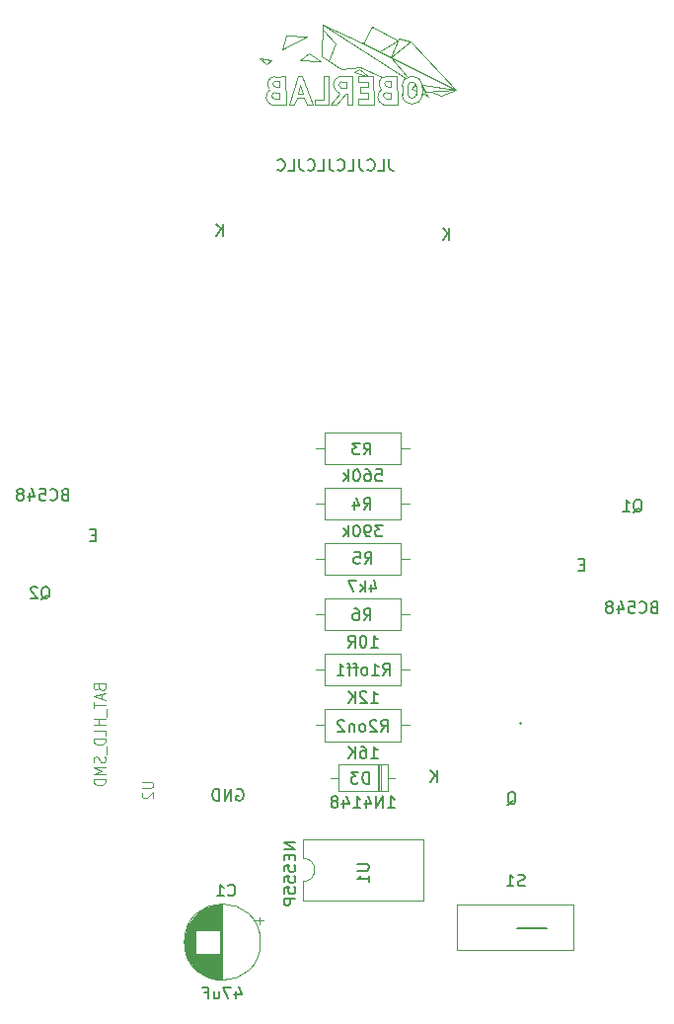
<source format=gbr>
%TF.GenerationSoftware,KiCad,Pcbnew,8.0.1*%
%TF.CreationDate,2024-04-02T10:26:23+02:00*%
%TF.ProjectId,Monster,4d6f6e73-7465-4722-9e6b-696361645f70,rev?*%
%TF.SameCoordinates,Original*%
%TF.FileFunction,Legend,Bot*%
%TF.FilePolarity,Positive*%
%FSLAX46Y46*%
G04 Gerber Fmt 4.6, Leading zero omitted, Abs format (unit mm)*
G04 Created by KiCad (PCBNEW 8.0.1) date 2024-04-02 10:26:23*
%MOMM*%
%LPD*%
G01*
G04 APERTURE LIST*
%ADD10C,0.150000*%
%ADD11C,0.050000*%
%ADD12C,0.120000*%
%ADD13C,0.010000*%
G04 APERTURE END LIST*
D10*
X76962000Y-105918000D02*
X79502000Y-105918000D01*
X66017506Y-40009819D02*
X66017506Y-40724104D01*
X66017506Y-40724104D02*
X66065125Y-40866961D01*
X66065125Y-40866961D02*
X66160363Y-40962200D01*
X66160363Y-40962200D02*
X66303220Y-41009819D01*
X66303220Y-41009819D02*
X66398458Y-41009819D01*
X65065125Y-41009819D02*
X65541315Y-41009819D01*
X65541315Y-41009819D02*
X65541315Y-40009819D01*
X64160363Y-40914580D02*
X64207982Y-40962200D01*
X64207982Y-40962200D02*
X64350839Y-41009819D01*
X64350839Y-41009819D02*
X64446077Y-41009819D01*
X64446077Y-41009819D02*
X64588934Y-40962200D01*
X64588934Y-40962200D02*
X64684172Y-40866961D01*
X64684172Y-40866961D02*
X64731791Y-40771723D01*
X64731791Y-40771723D02*
X64779410Y-40581247D01*
X64779410Y-40581247D02*
X64779410Y-40438390D01*
X64779410Y-40438390D02*
X64731791Y-40247914D01*
X64731791Y-40247914D02*
X64684172Y-40152676D01*
X64684172Y-40152676D02*
X64588934Y-40057438D01*
X64588934Y-40057438D02*
X64446077Y-40009819D01*
X64446077Y-40009819D02*
X64350839Y-40009819D01*
X64350839Y-40009819D02*
X64207982Y-40057438D01*
X64207982Y-40057438D02*
X64160363Y-40105057D01*
X63446077Y-40009819D02*
X63446077Y-40724104D01*
X63446077Y-40724104D02*
X63493696Y-40866961D01*
X63493696Y-40866961D02*
X63588934Y-40962200D01*
X63588934Y-40962200D02*
X63731791Y-41009819D01*
X63731791Y-41009819D02*
X63827029Y-41009819D01*
X62493696Y-41009819D02*
X62969886Y-41009819D01*
X62969886Y-41009819D02*
X62969886Y-40009819D01*
X61588934Y-40914580D02*
X61636553Y-40962200D01*
X61636553Y-40962200D02*
X61779410Y-41009819D01*
X61779410Y-41009819D02*
X61874648Y-41009819D01*
X61874648Y-41009819D02*
X62017505Y-40962200D01*
X62017505Y-40962200D02*
X62112743Y-40866961D01*
X62112743Y-40866961D02*
X62160362Y-40771723D01*
X62160362Y-40771723D02*
X62207981Y-40581247D01*
X62207981Y-40581247D02*
X62207981Y-40438390D01*
X62207981Y-40438390D02*
X62160362Y-40247914D01*
X62160362Y-40247914D02*
X62112743Y-40152676D01*
X62112743Y-40152676D02*
X62017505Y-40057438D01*
X62017505Y-40057438D02*
X61874648Y-40009819D01*
X61874648Y-40009819D02*
X61779410Y-40009819D01*
X61779410Y-40009819D02*
X61636553Y-40057438D01*
X61636553Y-40057438D02*
X61588934Y-40105057D01*
X60874648Y-40009819D02*
X60874648Y-40724104D01*
X60874648Y-40724104D02*
X60922267Y-40866961D01*
X60922267Y-40866961D02*
X61017505Y-40962200D01*
X61017505Y-40962200D02*
X61160362Y-41009819D01*
X61160362Y-41009819D02*
X61255600Y-41009819D01*
X59922267Y-41009819D02*
X60398457Y-41009819D01*
X60398457Y-41009819D02*
X60398457Y-40009819D01*
X59017505Y-40914580D02*
X59065124Y-40962200D01*
X59065124Y-40962200D02*
X59207981Y-41009819D01*
X59207981Y-41009819D02*
X59303219Y-41009819D01*
X59303219Y-41009819D02*
X59446076Y-40962200D01*
X59446076Y-40962200D02*
X59541314Y-40866961D01*
X59541314Y-40866961D02*
X59588933Y-40771723D01*
X59588933Y-40771723D02*
X59636552Y-40581247D01*
X59636552Y-40581247D02*
X59636552Y-40438390D01*
X59636552Y-40438390D02*
X59588933Y-40247914D01*
X59588933Y-40247914D02*
X59541314Y-40152676D01*
X59541314Y-40152676D02*
X59446076Y-40057438D01*
X59446076Y-40057438D02*
X59303219Y-40009819D01*
X59303219Y-40009819D02*
X59207981Y-40009819D01*
X59207981Y-40009819D02*
X59065124Y-40057438D01*
X59065124Y-40057438D02*
X59017505Y-40105057D01*
X58303219Y-40009819D02*
X58303219Y-40724104D01*
X58303219Y-40724104D02*
X58350838Y-40866961D01*
X58350838Y-40866961D02*
X58446076Y-40962200D01*
X58446076Y-40962200D02*
X58588933Y-41009819D01*
X58588933Y-41009819D02*
X58684171Y-41009819D01*
X57350838Y-41009819D02*
X57827028Y-41009819D01*
X57827028Y-41009819D02*
X57827028Y-40009819D01*
X56446076Y-40914580D02*
X56493695Y-40962200D01*
X56493695Y-40962200D02*
X56636552Y-41009819D01*
X56636552Y-41009819D02*
X56731790Y-41009819D01*
X56731790Y-41009819D02*
X56874647Y-40962200D01*
X56874647Y-40962200D02*
X56969885Y-40866961D01*
X56969885Y-40866961D02*
X57017504Y-40771723D01*
X57017504Y-40771723D02*
X57065123Y-40581247D01*
X57065123Y-40581247D02*
X57065123Y-40438390D01*
X57065123Y-40438390D02*
X57017504Y-40247914D01*
X57017504Y-40247914D02*
X56969885Y-40152676D01*
X56969885Y-40152676D02*
X56874647Y-40057438D01*
X56874647Y-40057438D02*
X56731790Y-40009819D01*
X56731790Y-40009819D02*
X56636552Y-40009819D01*
X56636552Y-40009819D02*
X56493695Y-40057438D01*
X56493695Y-40057438D02*
X56446076Y-40105057D01*
X40811220Y-72244009D02*
X40477887Y-72244009D01*
X40335030Y-72767819D02*
X40811220Y-72767819D01*
X40811220Y-72767819D02*
X40811220Y-71767819D01*
X40811220Y-71767819D02*
X40335030Y-71767819D01*
X71195220Y-46921819D02*
X71195220Y-45921819D01*
X70623792Y-46921819D02*
X71052363Y-46350390D01*
X70623792Y-45921819D02*
X71195220Y-46493247D01*
X52943904Y-94054438D02*
X53039142Y-94006819D01*
X53039142Y-94006819D02*
X53181999Y-94006819D01*
X53181999Y-94006819D02*
X53324856Y-94054438D01*
X53324856Y-94054438D02*
X53420094Y-94149676D01*
X53420094Y-94149676D02*
X53467713Y-94244914D01*
X53467713Y-94244914D02*
X53515332Y-94435390D01*
X53515332Y-94435390D02*
X53515332Y-94578247D01*
X53515332Y-94578247D02*
X53467713Y-94768723D01*
X53467713Y-94768723D02*
X53420094Y-94863961D01*
X53420094Y-94863961D02*
X53324856Y-94959200D01*
X53324856Y-94959200D02*
X53181999Y-95006819D01*
X53181999Y-95006819D02*
X53086761Y-95006819D01*
X53086761Y-95006819D02*
X52943904Y-94959200D01*
X52943904Y-94959200D02*
X52896285Y-94911580D01*
X52896285Y-94911580D02*
X52896285Y-94578247D01*
X52896285Y-94578247D02*
X53086761Y-94578247D01*
X52467713Y-95006819D02*
X52467713Y-94006819D01*
X52467713Y-94006819D02*
X51896285Y-95006819D01*
X51896285Y-95006819D02*
X51896285Y-94006819D01*
X51420094Y-95006819D02*
X51420094Y-94006819D01*
X51420094Y-94006819D02*
X51181999Y-94006819D01*
X51181999Y-94006819D02*
X51039142Y-94054438D01*
X51039142Y-94054438D02*
X50943904Y-94149676D01*
X50943904Y-94149676D02*
X50896285Y-94244914D01*
X50896285Y-94244914D02*
X50848666Y-94435390D01*
X50848666Y-94435390D02*
X50848666Y-94578247D01*
X50848666Y-94578247D02*
X50896285Y-94768723D01*
X50896285Y-94768723D02*
X50943904Y-94863961D01*
X50943904Y-94863961D02*
X51039142Y-94959200D01*
X51039142Y-94959200D02*
X51181999Y-95006819D01*
X51181999Y-95006819D02*
X51420094Y-95006819D01*
X51745220Y-46571819D02*
X51745220Y-45571819D01*
X51173792Y-46571819D02*
X51602363Y-46000390D01*
X51173792Y-45571819D02*
X51745220Y-46143247D01*
X82721220Y-74784009D02*
X82387887Y-74784009D01*
X82245030Y-75307819D02*
X82721220Y-75307819D01*
X82721220Y-75307819D02*
X82721220Y-74307819D01*
X82721220Y-74307819D02*
X82245030Y-74307819D01*
X63848666Y-65356819D02*
X64181999Y-64880628D01*
X64420094Y-65356819D02*
X64420094Y-64356819D01*
X64420094Y-64356819D02*
X64039142Y-64356819D01*
X64039142Y-64356819D02*
X63943904Y-64404438D01*
X63943904Y-64404438D02*
X63896285Y-64452057D01*
X63896285Y-64452057D02*
X63848666Y-64547295D01*
X63848666Y-64547295D02*
X63848666Y-64690152D01*
X63848666Y-64690152D02*
X63896285Y-64785390D01*
X63896285Y-64785390D02*
X63943904Y-64833009D01*
X63943904Y-64833009D02*
X64039142Y-64880628D01*
X64039142Y-64880628D02*
X64420094Y-64880628D01*
X63515332Y-64356819D02*
X62896285Y-64356819D01*
X62896285Y-64356819D02*
X63229618Y-64737771D01*
X63229618Y-64737771D02*
X63086761Y-64737771D01*
X63086761Y-64737771D02*
X62991523Y-64785390D01*
X62991523Y-64785390D02*
X62943904Y-64833009D01*
X62943904Y-64833009D02*
X62896285Y-64928247D01*
X62896285Y-64928247D02*
X62896285Y-65166342D01*
X62896285Y-65166342D02*
X62943904Y-65261580D01*
X62943904Y-65261580D02*
X62991523Y-65309200D01*
X62991523Y-65309200D02*
X63086761Y-65356819D01*
X63086761Y-65356819D02*
X63372475Y-65356819D01*
X63372475Y-65356819D02*
X63467713Y-65309200D01*
X63467713Y-65309200D02*
X63515332Y-65261580D01*
X64881047Y-66626819D02*
X65357237Y-66626819D01*
X65357237Y-66626819D02*
X65404856Y-67103009D01*
X65404856Y-67103009D02*
X65357237Y-67055390D01*
X65357237Y-67055390D02*
X65261999Y-67007771D01*
X65261999Y-67007771D02*
X65023904Y-67007771D01*
X65023904Y-67007771D02*
X64928666Y-67055390D01*
X64928666Y-67055390D02*
X64881047Y-67103009D01*
X64881047Y-67103009D02*
X64833428Y-67198247D01*
X64833428Y-67198247D02*
X64833428Y-67436342D01*
X64833428Y-67436342D02*
X64881047Y-67531580D01*
X64881047Y-67531580D02*
X64928666Y-67579200D01*
X64928666Y-67579200D02*
X65023904Y-67626819D01*
X65023904Y-67626819D02*
X65261999Y-67626819D01*
X65261999Y-67626819D02*
X65357237Y-67579200D01*
X65357237Y-67579200D02*
X65404856Y-67531580D01*
X63976285Y-66626819D02*
X64166761Y-66626819D01*
X64166761Y-66626819D02*
X64261999Y-66674438D01*
X64261999Y-66674438D02*
X64309618Y-66722057D01*
X64309618Y-66722057D02*
X64404856Y-66864914D01*
X64404856Y-66864914D02*
X64452475Y-67055390D01*
X64452475Y-67055390D02*
X64452475Y-67436342D01*
X64452475Y-67436342D02*
X64404856Y-67531580D01*
X64404856Y-67531580D02*
X64357237Y-67579200D01*
X64357237Y-67579200D02*
X64261999Y-67626819D01*
X64261999Y-67626819D02*
X64071523Y-67626819D01*
X64071523Y-67626819D02*
X63976285Y-67579200D01*
X63976285Y-67579200D02*
X63928666Y-67531580D01*
X63928666Y-67531580D02*
X63881047Y-67436342D01*
X63881047Y-67436342D02*
X63881047Y-67198247D01*
X63881047Y-67198247D02*
X63928666Y-67103009D01*
X63928666Y-67103009D02*
X63976285Y-67055390D01*
X63976285Y-67055390D02*
X64071523Y-67007771D01*
X64071523Y-67007771D02*
X64261999Y-67007771D01*
X64261999Y-67007771D02*
X64357237Y-67055390D01*
X64357237Y-67055390D02*
X64404856Y-67103009D01*
X64404856Y-67103009D02*
X64452475Y-67198247D01*
X63261999Y-66626819D02*
X63166761Y-66626819D01*
X63166761Y-66626819D02*
X63071523Y-66674438D01*
X63071523Y-66674438D02*
X63023904Y-66722057D01*
X63023904Y-66722057D02*
X62976285Y-66817295D01*
X62976285Y-66817295D02*
X62928666Y-67007771D01*
X62928666Y-67007771D02*
X62928666Y-67245866D01*
X62928666Y-67245866D02*
X62976285Y-67436342D01*
X62976285Y-67436342D02*
X63023904Y-67531580D01*
X63023904Y-67531580D02*
X63071523Y-67579200D01*
X63071523Y-67579200D02*
X63166761Y-67626819D01*
X63166761Y-67626819D02*
X63261999Y-67626819D01*
X63261999Y-67626819D02*
X63357237Y-67579200D01*
X63357237Y-67579200D02*
X63404856Y-67531580D01*
X63404856Y-67531580D02*
X63452475Y-67436342D01*
X63452475Y-67436342D02*
X63500094Y-67245866D01*
X63500094Y-67245866D02*
X63500094Y-67007771D01*
X63500094Y-67007771D02*
X63452475Y-66817295D01*
X63452475Y-66817295D02*
X63404856Y-66722057D01*
X63404856Y-66722057D02*
X63357237Y-66674438D01*
X63357237Y-66674438D02*
X63261999Y-66626819D01*
X62500094Y-67626819D02*
X62500094Y-66626819D01*
X62404856Y-67245866D02*
X62119142Y-67626819D01*
X62119142Y-66960152D02*
X62500094Y-67341104D01*
X63928666Y-74706819D02*
X64261999Y-74230628D01*
X64500094Y-74706819D02*
X64500094Y-73706819D01*
X64500094Y-73706819D02*
X64119142Y-73706819D01*
X64119142Y-73706819D02*
X64023904Y-73754438D01*
X64023904Y-73754438D02*
X63976285Y-73802057D01*
X63976285Y-73802057D02*
X63928666Y-73897295D01*
X63928666Y-73897295D02*
X63928666Y-74040152D01*
X63928666Y-74040152D02*
X63976285Y-74135390D01*
X63976285Y-74135390D02*
X64023904Y-74183009D01*
X64023904Y-74183009D02*
X64119142Y-74230628D01*
X64119142Y-74230628D02*
X64500094Y-74230628D01*
X63023904Y-73706819D02*
X63500094Y-73706819D01*
X63500094Y-73706819D02*
X63547713Y-74183009D01*
X63547713Y-74183009D02*
X63500094Y-74135390D01*
X63500094Y-74135390D02*
X63404856Y-74087771D01*
X63404856Y-74087771D02*
X63166761Y-74087771D01*
X63166761Y-74087771D02*
X63071523Y-74135390D01*
X63071523Y-74135390D02*
X63023904Y-74183009D01*
X63023904Y-74183009D02*
X62976285Y-74278247D01*
X62976285Y-74278247D02*
X62976285Y-74516342D01*
X62976285Y-74516342D02*
X63023904Y-74611580D01*
X63023904Y-74611580D02*
X63071523Y-74659200D01*
X63071523Y-74659200D02*
X63166761Y-74706819D01*
X63166761Y-74706819D02*
X63404856Y-74706819D01*
X63404856Y-74706819D02*
X63500094Y-74659200D01*
X63500094Y-74659200D02*
X63547713Y-74611580D01*
X64452476Y-76460152D02*
X64452476Y-77126819D01*
X64690571Y-76079200D02*
X64928666Y-76793485D01*
X64928666Y-76793485D02*
X64309619Y-76793485D01*
X63928666Y-77126819D02*
X63928666Y-76126819D01*
X63833428Y-76745866D02*
X63547714Y-77126819D01*
X63547714Y-76460152D02*
X63928666Y-76841104D01*
X63214380Y-76126819D02*
X62547714Y-76126819D01*
X62547714Y-76126819D02*
X62976285Y-77126819D01*
X64270094Y-93556819D02*
X64270094Y-92556819D01*
X64270094Y-92556819D02*
X64031999Y-92556819D01*
X64031999Y-92556819D02*
X63889142Y-92604438D01*
X63889142Y-92604438D02*
X63793904Y-92699676D01*
X63793904Y-92699676D02*
X63746285Y-92794914D01*
X63746285Y-92794914D02*
X63698666Y-92985390D01*
X63698666Y-92985390D02*
X63698666Y-93128247D01*
X63698666Y-93128247D02*
X63746285Y-93318723D01*
X63746285Y-93318723D02*
X63793904Y-93413961D01*
X63793904Y-93413961D02*
X63889142Y-93509200D01*
X63889142Y-93509200D02*
X64031999Y-93556819D01*
X64031999Y-93556819D02*
X64270094Y-93556819D01*
X63365332Y-92556819D02*
X62746285Y-92556819D01*
X62746285Y-92556819D02*
X63079618Y-92937771D01*
X63079618Y-92937771D02*
X62936761Y-92937771D01*
X62936761Y-92937771D02*
X62841523Y-92985390D01*
X62841523Y-92985390D02*
X62793904Y-93033009D01*
X62793904Y-93033009D02*
X62746285Y-93128247D01*
X62746285Y-93128247D02*
X62746285Y-93366342D01*
X62746285Y-93366342D02*
X62793904Y-93461580D01*
X62793904Y-93461580D02*
X62841523Y-93509200D01*
X62841523Y-93509200D02*
X62936761Y-93556819D01*
X62936761Y-93556819D02*
X63222475Y-93556819D01*
X63222475Y-93556819D02*
X63317713Y-93509200D01*
X63317713Y-93509200D02*
X63365332Y-93461580D01*
X65904857Y-95626819D02*
X66476285Y-95626819D01*
X66190571Y-95626819D02*
X66190571Y-94626819D01*
X66190571Y-94626819D02*
X66285809Y-94769676D01*
X66285809Y-94769676D02*
X66381047Y-94864914D01*
X66381047Y-94864914D02*
X66476285Y-94912533D01*
X65476285Y-95626819D02*
X65476285Y-94626819D01*
X65476285Y-94626819D02*
X64904857Y-95626819D01*
X64904857Y-95626819D02*
X64904857Y-94626819D01*
X64000095Y-94960152D02*
X64000095Y-95626819D01*
X64238190Y-94579200D02*
X64476285Y-95293485D01*
X64476285Y-95293485D02*
X63857238Y-95293485D01*
X62952476Y-95626819D02*
X63523904Y-95626819D01*
X63238190Y-95626819D02*
X63238190Y-94626819D01*
X63238190Y-94626819D02*
X63333428Y-94769676D01*
X63333428Y-94769676D02*
X63428666Y-94864914D01*
X63428666Y-94864914D02*
X63523904Y-94912533D01*
X62095333Y-94960152D02*
X62095333Y-95626819D01*
X62333428Y-94579200D02*
X62571523Y-95293485D01*
X62571523Y-95293485D02*
X61952476Y-95293485D01*
X61428666Y-95055390D02*
X61523904Y-95007771D01*
X61523904Y-95007771D02*
X61571523Y-94960152D01*
X61571523Y-94960152D02*
X61619142Y-94864914D01*
X61619142Y-94864914D02*
X61619142Y-94817295D01*
X61619142Y-94817295D02*
X61571523Y-94722057D01*
X61571523Y-94722057D02*
X61523904Y-94674438D01*
X61523904Y-94674438D02*
X61428666Y-94626819D01*
X61428666Y-94626819D02*
X61238190Y-94626819D01*
X61238190Y-94626819D02*
X61142952Y-94674438D01*
X61142952Y-94674438D02*
X61095333Y-94722057D01*
X61095333Y-94722057D02*
X61047714Y-94817295D01*
X61047714Y-94817295D02*
X61047714Y-94864914D01*
X61047714Y-94864914D02*
X61095333Y-94960152D01*
X61095333Y-94960152D02*
X61142952Y-95007771D01*
X61142952Y-95007771D02*
X61238190Y-95055390D01*
X61238190Y-95055390D02*
X61428666Y-95055390D01*
X61428666Y-95055390D02*
X61523904Y-95103009D01*
X61523904Y-95103009D02*
X61571523Y-95150628D01*
X61571523Y-95150628D02*
X61619142Y-95245866D01*
X61619142Y-95245866D02*
X61619142Y-95436342D01*
X61619142Y-95436342D02*
X61571523Y-95531580D01*
X61571523Y-95531580D02*
X61523904Y-95579200D01*
X61523904Y-95579200D02*
X61428666Y-95626819D01*
X61428666Y-95626819D02*
X61238190Y-95626819D01*
X61238190Y-95626819D02*
X61142952Y-95579200D01*
X61142952Y-95579200D02*
X61095333Y-95531580D01*
X61095333Y-95531580D02*
X61047714Y-95436342D01*
X61047714Y-95436342D02*
X61047714Y-95245866D01*
X61047714Y-95245866D02*
X61095333Y-95150628D01*
X61095333Y-95150628D02*
X61142952Y-95103009D01*
X61142952Y-95103009D02*
X61238190Y-95055390D01*
X70111904Y-93418819D02*
X70111904Y-92418819D01*
X69540476Y-93418819D02*
X69969047Y-92847390D01*
X69540476Y-92418819D02*
X70111904Y-92990247D01*
X63286819Y-100440095D02*
X64096342Y-100440095D01*
X64096342Y-100440095D02*
X64191580Y-100487714D01*
X64191580Y-100487714D02*
X64239200Y-100535333D01*
X64239200Y-100535333D02*
X64286819Y-100630571D01*
X64286819Y-100630571D02*
X64286819Y-100821047D01*
X64286819Y-100821047D02*
X64239200Y-100916285D01*
X64239200Y-100916285D02*
X64191580Y-100963904D01*
X64191580Y-100963904D02*
X64096342Y-101011523D01*
X64096342Y-101011523D02*
X63286819Y-101011523D01*
X64286819Y-102011523D02*
X64286819Y-101440095D01*
X64286819Y-101725809D02*
X63286819Y-101725809D01*
X63286819Y-101725809D02*
X63429676Y-101630571D01*
X63429676Y-101630571D02*
X63524914Y-101535333D01*
X63524914Y-101535333D02*
X63572533Y-101440095D01*
X57986819Y-98635333D02*
X56986819Y-98635333D01*
X56986819Y-98635333D02*
X57986819Y-99206761D01*
X57986819Y-99206761D02*
X56986819Y-99206761D01*
X57463009Y-99682952D02*
X57463009Y-100016285D01*
X57986819Y-100159142D02*
X57986819Y-99682952D01*
X57986819Y-99682952D02*
X56986819Y-99682952D01*
X56986819Y-99682952D02*
X56986819Y-100159142D01*
X56986819Y-101063904D02*
X56986819Y-100587714D01*
X56986819Y-100587714D02*
X57463009Y-100540095D01*
X57463009Y-100540095D02*
X57415390Y-100587714D01*
X57415390Y-100587714D02*
X57367771Y-100682952D01*
X57367771Y-100682952D02*
X57367771Y-100921047D01*
X57367771Y-100921047D02*
X57415390Y-101016285D01*
X57415390Y-101016285D02*
X57463009Y-101063904D01*
X57463009Y-101063904D02*
X57558247Y-101111523D01*
X57558247Y-101111523D02*
X57796342Y-101111523D01*
X57796342Y-101111523D02*
X57891580Y-101063904D01*
X57891580Y-101063904D02*
X57939200Y-101016285D01*
X57939200Y-101016285D02*
X57986819Y-100921047D01*
X57986819Y-100921047D02*
X57986819Y-100682952D01*
X57986819Y-100682952D02*
X57939200Y-100587714D01*
X57939200Y-100587714D02*
X57891580Y-100540095D01*
X56986819Y-102016285D02*
X56986819Y-101540095D01*
X56986819Y-101540095D02*
X57463009Y-101492476D01*
X57463009Y-101492476D02*
X57415390Y-101540095D01*
X57415390Y-101540095D02*
X57367771Y-101635333D01*
X57367771Y-101635333D02*
X57367771Y-101873428D01*
X57367771Y-101873428D02*
X57415390Y-101968666D01*
X57415390Y-101968666D02*
X57463009Y-102016285D01*
X57463009Y-102016285D02*
X57558247Y-102063904D01*
X57558247Y-102063904D02*
X57796342Y-102063904D01*
X57796342Y-102063904D02*
X57891580Y-102016285D01*
X57891580Y-102016285D02*
X57939200Y-101968666D01*
X57939200Y-101968666D02*
X57986819Y-101873428D01*
X57986819Y-101873428D02*
X57986819Y-101635333D01*
X57986819Y-101635333D02*
X57939200Y-101540095D01*
X57939200Y-101540095D02*
X57891580Y-101492476D01*
X56986819Y-102968666D02*
X56986819Y-102492476D01*
X56986819Y-102492476D02*
X57463009Y-102444857D01*
X57463009Y-102444857D02*
X57415390Y-102492476D01*
X57415390Y-102492476D02*
X57367771Y-102587714D01*
X57367771Y-102587714D02*
X57367771Y-102825809D01*
X57367771Y-102825809D02*
X57415390Y-102921047D01*
X57415390Y-102921047D02*
X57463009Y-102968666D01*
X57463009Y-102968666D02*
X57558247Y-103016285D01*
X57558247Y-103016285D02*
X57796342Y-103016285D01*
X57796342Y-103016285D02*
X57891580Y-102968666D01*
X57891580Y-102968666D02*
X57939200Y-102921047D01*
X57939200Y-102921047D02*
X57986819Y-102825809D01*
X57986819Y-102825809D02*
X57986819Y-102587714D01*
X57986819Y-102587714D02*
X57939200Y-102492476D01*
X57939200Y-102492476D02*
X57891580Y-102444857D01*
X57986819Y-103444857D02*
X56986819Y-103444857D01*
X56986819Y-103444857D02*
X56986819Y-103825809D01*
X56986819Y-103825809D02*
X57034438Y-103921047D01*
X57034438Y-103921047D02*
X57082057Y-103968666D01*
X57082057Y-103968666D02*
X57177295Y-104016285D01*
X57177295Y-104016285D02*
X57320152Y-104016285D01*
X57320152Y-104016285D02*
X57415390Y-103968666D01*
X57415390Y-103968666D02*
X57463009Y-103921047D01*
X57463009Y-103921047D02*
X57510628Y-103825809D01*
X57510628Y-103825809D02*
X57510628Y-103444857D01*
X52198666Y-103111580D02*
X52246285Y-103159200D01*
X52246285Y-103159200D02*
X52389142Y-103206819D01*
X52389142Y-103206819D02*
X52484380Y-103206819D01*
X52484380Y-103206819D02*
X52627237Y-103159200D01*
X52627237Y-103159200D02*
X52722475Y-103063961D01*
X52722475Y-103063961D02*
X52770094Y-102968723D01*
X52770094Y-102968723D02*
X52817713Y-102778247D01*
X52817713Y-102778247D02*
X52817713Y-102635390D01*
X52817713Y-102635390D02*
X52770094Y-102444914D01*
X52770094Y-102444914D02*
X52722475Y-102349676D01*
X52722475Y-102349676D02*
X52627237Y-102254438D01*
X52627237Y-102254438D02*
X52484380Y-102206819D01*
X52484380Y-102206819D02*
X52389142Y-102206819D01*
X52389142Y-102206819D02*
X52246285Y-102254438D01*
X52246285Y-102254438D02*
X52198666Y-102302057D01*
X51246285Y-103206819D02*
X51817713Y-103206819D01*
X51531999Y-103206819D02*
X51531999Y-102206819D01*
X51531999Y-102206819D02*
X51627237Y-102349676D01*
X51627237Y-102349676D02*
X51722475Y-102444914D01*
X51722475Y-102444914D02*
X51817713Y-102492533D01*
X52881046Y-111340152D02*
X52881046Y-112006819D01*
X53119141Y-110959200D02*
X53357236Y-111673485D01*
X53357236Y-111673485D02*
X52738189Y-111673485D01*
X52452474Y-111006819D02*
X51785808Y-111006819D01*
X51785808Y-111006819D02*
X52214379Y-112006819D01*
X50976284Y-111340152D02*
X50976284Y-112006819D01*
X51404855Y-111340152D02*
X51404855Y-111863961D01*
X51404855Y-111863961D02*
X51357236Y-111959200D01*
X51357236Y-111959200D02*
X51261998Y-112006819D01*
X51261998Y-112006819D02*
X51119141Y-112006819D01*
X51119141Y-112006819D02*
X51023903Y-111959200D01*
X51023903Y-111959200D02*
X50976284Y-111911580D01*
X50166760Y-111483009D02*
X50500093Y-111483009D01*
X50500093Y-112006819D02*
X50500093Y-111006819D01*
X50500093Y-111006819D02*
X50023903Y-111006819D01*
D11*
X44782019Y-93396285D02*
X45591542Y-93396285D01*
X45591542Y-93396285D02*
X45686780Y-93439142D01*
X45686780Y-93439142D02*
X45734400Y-93482000D01*
X45734400Y-93482000D02*
X45782019Y-93567714D01*
X45782019Y-93567714D02*
X45782019Y-93739142D01*
X45782019Y-93739142D02*
X45734400Y-93824857D01*
X45734400Y-93824857D02*
X45686780Y-93867714D01*
X45686780Y-93867714D02*
X45591542Y-93910571D01*
X45591542Y-93910571D02*
X44782019Y-93910571D01*
X44877257Y-94296285D02*
X44829638Y-94339142D01*
X44829638Y-94339142D02*
X44782019Y-94424857D01*
X44782019Y-94424857D02*
X44782019Y-94639142D01*
X44782019Y-94639142D02*
X44829638Y-94724857D01*
X44829638Y-94724857D02*
X44877257Y-94767714D01*
X44877257Y-94767714D02*
X44972495Y-94810571D01*
X44972495Y-94810571D02*
X45067733Y-94810571D01*
X45067733Y-94810571D02*
X45210590Y-94767714D01*
X45210590Y-94767714D02*
X45782019Y-94253428D01*
X45782019Y-94253428D02*
X45782019Y-94810571D01*
X41138209Y-85303429D02*
X41185828Y-85432001D01*
X41185828Y-85432001D02*
X41233447Y-85474858D01*
X41233447Y-85474858D02*
X41328685Y-85517715D01*
X41328685Y-85517715D02*
X41471542Y-85517715D01*
X41471542Y-85517715D02*
X41566780Y-85474858D01*
X41566780Y-85474858D02*
X41614400Y-85432001D01*
X41614400Y-85432001D02*
X41662019Y-85346286D01*
X41662019Y-85346286D02*
X41662019Y-85003429D01*
X41662019Y-85003429D02*
X40662019Y-85003429D01*
X40662019Y-85003429D02*
X40662019Y-85303429D01*
X40662019Y-85303429D02*
X40709638Y-85389144D01*
X40709638Y-85389144D02*
X40757257Y-85432001D01*
X40757257Y-85432001D02*
X40852495Y-85474858D01*
X40852495Y-85474858D02*
X40947733Y-85474858D01*
X40947733Y-85474858D02*
X41042971Y-85432001D01*
X41042971Y-85432001D02*
X41090590Y-85389144D01*
X41090590Y-85389144D02*
X41138209Y-85303429D01*
X41138209Y-85303429D02*
X41138209Y-85003429D01*
X41376304Y-85860572D02*
X41376304Y-86289144D01*
X41662019Y-85774858D02*
X40662019Y-86074858D01*
X40662019Y-86074858D02*
X41662019Y-86374858D01*
X40662019Y-86546287D02*
X40662019Y-87060573D01*
X41662019Y-86803430D02*
X40662019Y-86803430D01*
X41757257Y-87146287D02*
X41757257Y-87832001D01*
X41662019Y-88046286D02*
X40662019Y-88046286D01*
X41138209Y-88046286D02*
X41138209Y-88560572D01*
X41662019Y-88560572D02*
X40662019Y-88560572D01*
X41662019Y-89417715D02*
X41662019Y-88989143D01*
X41662019Y-88989143D02*
X40662019Y-88989143D01*
X41662019Y-89717714D02*
X40662019Y-89717714D01*
X40662019Y-89717714D02*
X40662019Y-89932000D01*
X40662019Y-89932000D02*
X40709638Y-90060571D01*
X40709638Y-90060571D02*
X40804876Y-90146286D01*
X40804876Y-90146286D02*
X40900114Y-90189143D01*
X40900114Y-90189143D02*
X41090590Y-90232000D01*
X41090590Y-90232000D02*
X41233447Y-90232000D01*
X41233447Y-90232000D02*
X41423923Y-90189143D01*
X41423923Y-90189143D02*
X41519161Y-90146286D01*
X41519161Y-90146286D02*
X41614400Y-90060571D01*
X41614400Y-90060571D02*
X41662019Y-89932000D01*
X41662019Y-89932000D02*
X41662019Y-89717714D01*
X41757257Y-90403429D02*
X41757257Y-91089143D01*
X41614400Y-91260571D02*
X41662019Y-91389143D01*
X41662019Y-91389143D02*
X41662019Y-91603428D01*
X41662019Y-91603428D02*
X41614400Y-91689143D01*
X41614400Y-91689143D02*
X41566780Y-91732000D01*
X41566780Y-91732000D02*
X41471542Y-91774857D01*
X41471542Y-91774857D02*
X41376304Y-91774857D01*
X41376304Y-91774857D02*
X41281066Y-91732000D01*
X41281066Y-91732000D02*
X41233447Y-91689143D01*
X41233447Y-91689143D02*
X41185828Y-91603428D01*
X41185828Y-91603428D02*
X41138209Y-91432000D01*
X41138209Y-91432000D02*
X41090590Y-91346285D01*
X41090590Y-91346285D02*
X41042971Y-91303428D01*
X41042971Y-91303428D02*
X40947733Y-91260571D01*
X40947733Y-91260571D02*
X40852495Y-91260571D01*
X40852495Y-91260571D02*
X40757257Y-91303428D01*
X40757257Y-91303428D02*
X40709638Y-91346285D01*
X40709638Y-91346285D02*
X40662019Y-91432000D01*
X40662019Y-91432000D02*
X40662019Y-91646285D01*
X40662019Y-91646285D02*
X40709638Y-91774857D01*
X41662019Y-92160571D02*
X40662019Y-92160571D01*
X40662019Y-92160571D02*
X41376304Y-92460571D01*
X41376304Y-92460571D02*
X40662019Y-92760571D01*
X40662019Y-92760571D02*
X41662019Y-92760571D01*
X41662019Y-93189142D02*
X40662019Y-93189142D01*
X40662019Y-93189142D02*
X40662019Y-93403428D01*
X40662019Y-93403428D02*
X40709638Y-93531999D01*
X40709638Y-93531999D02*
X40804876Y-93617714D01*
X40804876Y-93617714D02*
X40900114Y-93660571D01*
X40900114Y-93660571D02*
X41090590Y-93703428D01*
X41090590Y-93703428D02*
X41233447Y-93703428D01*
X41233447Y-93703428D02*
X41423923Y-93660571D01*
X41423923Y-93660571D02*
X41519161Y-93617714D01*
X41519161Y-93617714D02*
X41614400Y-93531999D01*
X41614400Y-93531999D02*
X41662019Y-93403428D01*
X41662019Y-93403428D02*
X41662019Y-93189142D01*
D10*
X86977238Y-70302057D02*
X87072476Y-70254438D01*
X87072476Y-70254438D02*
X87167714Y-70159200D01*
X87167714Y-70159200D02*
X87310571Y-70016342D01*
X87310571Y-70016342D02*
X87405809Y-69968723D01*
X87405809Y-69968723D02*
X87501047Y-69968723D01*
X87453428Y-70206819D02*
X87548666Y-70159200D01*
X87548666Y-70159200D02*
X87643904Y-70063961D01*
X87643904Y-70063961D02*
X87691523Y-69873485D01*
X87691523Y-69873485D02*
X87691523Y-69540152D01*
X87691523Y-69540152D02*
X87643904Y-69349676D01*
X87643904Y-69349676D02*
X87548666Y-69254438D01*
X87548666Y-69254438D02*
X87453428Y-69206819D01*
X87453428Y-69206819D02*
X87262952Y-69206819D01*
X87262952Y-69206819D02*
X87167714Y-69254438D01*
X87167714Y-69254438D02*
X87072476Y-69349676D01*
X87072476Y-69349676D02*
X87024857Y-69540152D01*
X87024857Y-69540152D02*
X87024857Y-69873485D01*
X87024857Y-69873485D02*
X87072476Y-70063961D01*
X87072476Y-70063961D02*
X87167714Y-70159200D01*
X87167714Y-70159200D02*
X87262952Y-70206819D01*
X87262952Y-70206819D02*
X87453428Y-70206819D01*
X86072476Y-70206819D02*
X86643904Y-70206819D01*
X86358190Y-70206819D02*
X86358190Y-69206819D01*
X86358190Y-69206819D02*
X86453428Y-69349676D01*
X86453428Y-69349676D02*
X86548666Y-69444914D01*
X86548666Y-69444914D02*
X86643904Y-69492533D01*
X88725142Y-78417009D02*
X88582285Y-78464628D01*
X88582285Y-78464628D02*
X88534666Y-78512247D01*
X88534666Y-78512247D02*
X88487047Y-78607485D01*
X88487047Y-78607485D02*
X88487047Y-78750342D01*
X88487047Y-78750342D02*
X88534666Y-78845580D01*
X88534666Y-78845580D02*
X88582285Y-78893200D01*
X88582285Y-78893200D02*
X88677523Y-78940819D01*
X88677523Y-78940819D02*
X89058475Y-78940819D01*
X89058475Y-78940819D02*
X89058475Y-77940819D01*
X89058475Y-77940819D02*
X88725142Y-77940819D01*
X88725142Y-77940819D02*
X88629904Y-77988438D01*
X88629904Y-77988438D02*
X88582285Y-78036057D01*
X88582285Y-78036057D02*
X88534666Y-78131295D01*
X88534666Y-78131295D02*
X88534666Y-78226533D01*
X88534666Y-78226533D02*
X88582285Y-78321771D01*
X88582285Y-78321771D02*
X88629904Y-78369390D01*
X88629904Y-78369390D02*
X88725142Y-78417009D01*
X88725142Y-78417009D02*
X89058475Y-78417009D01*
X87487047Y-78845580D02*
X87534666Y-78893200D01*
X87534666Y-78893200D02*
X87677523Y-78940819D01*
X87677523Y-78940819D02*
X87772761Y-78940819D01*
X87772761Y-78940819D02*
X87915618Y-78893200D01*
X87915618Y-78893200D02*
X88010856Y-78797961D01*
X88010856Y-78797961D02*
X88058475Y-78702723D01*
X88058475Y-78702723D02*
X88106094Y-78512247D01*
X88106094Y-78512247D02*
X88106094Y-78369390D01*
X88106094Y-78369390D02*
X88058475Y-78178914D01*
X88058475Y-78178914D02*
X88010856Y-78083676D01*
X88010856Y-78083676D02*
X87915618Y-77988438D01*
X87915618Y-77988438D02*
X87772761Y-77940819D01*
X87772761Y-77940819D02*
X87677523Y-77940819D01*
X87677523Y-77940819D02*
X87534666Y-77988438D01*
X87534666Y-77988438D02*
X87487047Y-78036057D01*
X86582285Y-77940819D02*
X87058475Y-77940819D01*
X87058475Y-77940819D02*
X87106094Y-78417009D01*
X87106094Y-78417009D02*
X87058475Y-78369390D01*
X87058475Y-78369390D02*
X86963237Y-78321771D01*
X86963237Y-78321771D02*
X86725142Y-78321771D01*
X86725142Y-78321771D02*
X86629904Y-78369390D01*
X86629904Y-78369390D02*
X86582285Y-78417009D01*
X86582285Y-78417009D02*
X86534666Y-78512247D01*
X86534666Y-78512247D02*
X86534666Y-78750342D01*
X86534666Y-78750342D02*
X86582285Y-78845580D01*
X86582285Y-78845580D02*
X86629904Y-78893200D01*
X86629904Y-78893200D02*
X86725142Y-78940819D01*
X86725142Y-78940819D02*
X86963237Y-78940819D01*
X86963237Y-78940819D02*
X87058475Y-78893200D01*
X87058475Y-78893200D02*
X87106094Y-78845580D01*
X85677523Y-78274152D02*
X85677523Y-78940819D01*
X85915618Y-77893200D02*
X86153713Y-78607485D01*
X86153713Y-78607485D02*
X85534666Y-78607485D01*
X85010856Y-78369390D02*
X85106094Y-78321771D01*
X85106094Y-78321771D02*
X85153713Y-78274152D01*
X85153713Y-78274152D02*
X85201332Y-78178914D01*
X85201332Y-78178914D02*
X85201332Y-78131295D01*
X85201332Y-78131295D02*
X85153713Y-78036057D01*
X85153713Y-78036057D02*
X85106094Y-77988438D01*
X85106094Y-77988438D02*
X85010856Y-77940819D01*
X85010856Y-77940819D02*
X84820380Y-77940819D01*
X84820380Y-77940819D02*
X84725142Y-77988438D01*
X84725142Y-77988438D02*
X84677523Y-78036057D01*
X84677523Y-78036057D02*
X84629904Y-78131295D01*
X84629904Y-78131295D02*
X84629904Y-78178914D01*
X84629904Y-78178914D02*
X84677523Y-78274152D01*
X84677523Y-78274152D02*
X84725142Y-78321771D01*
X84725142Y-78321771D02*
X84820380Y-78369390D01*
X84820380Y-78369390D02*
X85010856Y-78369390D01*
X85010856Y-78369390D02*
X85106094Y-78417009D01*
X85106094Y-78417009D02*
X85153713Y-78464628D01*
X85153713Y-78464628D02*
X85201332Y-78559866D01*
X85201332Y-78559866D02*
X85201332Y-78750342D01*
X85201332Y-78750342D02*
X85153713Y-78845580D01*
X85153713Y-78845580D02*
X85106094Y-78893200D01*
X85106094Y-78893200D02*
X85010856Y-78940819D01*
X85010856Y-78940819D02*
X84820380Y-78940819D01*
X84820380Y-78940819D02*
X84725142Y-78893200D01*
X84725142Y-78893200D02*
X84677523Y-78845580D01*
X84677523Y-78845580D02*
X84629904Y-78750342D01*
X84629904Y-78750342D02*
X84629904Y-78559866D01*
X84629904Y-78559866D02*
X84677523Y-78464628D01*
X84677523Y-78464628D02*
X84725142Y-78417009D01*
X84725142Y-78417009D02*
X84820380Y-78369390D01*
X65498667Y-84256819D02*
X65832000Y-83780628D01*
X66070095Y-84256819D02*
X66070095Y-83256819D01*
X66070095Y-83256819D02*
X65689143Y-83256819D01*
X65689143Y-83256819D02*
X65593905Y-83304438D01*
X65593905Y-83304438D02*
X65546286Y-83352057D01*
X65546286Y-83352057D02*
X65498667Y-83447295D01*
X65498667Y-83447295D02*
X65498667Y-83590152D01*
X65498667Y-83590152D02*
X65546286Y-83685390D01*
X65546286Y-83685390D02*
X65593905Y-83733009D01*
X65593905Y-83733009D02*
X65689143Y-83780628D01*
X65689143Y-83780628D02*
X66070095Y-83780628D01*
X64546286Y-84256819D02*
X65117714Y-84256819D01*
X64832000Y-84256819D02*
X64832000Y-83256819D01*
X64832000Y-83256819D02*
X64927238Y-83399676D01*
X64927238Y-83399676D02*
X65022476Y-83494914D01*
X65022476Y-83494914D02*
X65117714Y-83542533D01*
X63974857Y-84256819D02*
X64070095Y-84209200D01*
X64070095Y-84209200D02*
X64117714Y-84161580D01*
X64117714Y-84161580D02*
X64165333Y-84066342D01*
X64165333Y-84066342D02*
X64165333Y-83780628D01*
X64165333Y-83780628D02*
X64117714Y-83685390D01*
X64117714Y-83685390D02*
X64070095Y-83637771D01*
X64070095Y-83637771D02*
X63974857Y-83590152D01*
X63974857Y-83590152D02*
X63832000Y-83590152D01*
X63832000Y-83590152D02*
X63736762Y-83637771D01*
X63736762Y-83637771D02*
X63689143Y-83685390D01*
X63689143Y-83685390D02*
X63641524Y-83780628D01*
X63641524Y-83780628D02*
X63641524Y-84066342D01*
X63641524Y-84066342D02*
X63689143Y-84161580D01*
X63689143Y-84161580D02*
X63736762Y-84209200D01*
X63736762Y-84209200D02*
X63832000Y-84256819D01*
X63832000Y-84256819D02*
X63974857Y-84256819D01*
X63355809Y-83590152D02*
X62974857Y-83590152D01*
X63212952Y-84256819D02*
X63212952Y-83399676D01*
X63212952Y-83399676D02*
X63165333Y-83304438D01*
X63165333Y-83304438D02*
X63070095Y-83256819D01*
X63070095Y-83256819D02*
X62974857Y-83256819D01*
X62784380Y-83590152D02*
X62403428Y-83590152D01*
X62641523Y-84256819D02*
X62641523Y-83399676D01*
X62641523Y-83399676D02*
X62593904Y-83304438D01*
X62593904Y-83304438D02*
X62498666Y-83256819D01*
X62498666Y-83256819D02*
X62403428Y-83256819D01*
X61546285Y-84256819D02*
X62117713Y-84256819D01*
X61831999Y-84256819D02*
X61831999Y-83256819D01*
X61831999Y-83256819D02*
X61927237Y-83399676D01*
X61927237Y-83399676D02*
X62022475Y-83494914D01*
X62022475Y-83494914D02*
X62117713Y-83542533D01*
X64452476Y-86626819D02*
X65023904Y-86626819D01*
X64738190Y-86626819D02*
X64738190Y-85626819D01*
X64738190Y-85626819D02*
X64833428Y-85769676D01*
X64833428Y-85769676D02*
X64928666Y-85864914D01*
X64928666Y-85864914D02*
X65023904Y-85912533D01*
X64071523Y-85722057D02*
X64023904Y-85674438D01*
X64023904Y-85674438D02*
X63928666Y-85626819D01*
X63928666Y-85626819D02*
X63690571Y-85626819D01*
X63690571Y-85626819D02*
X63595333Y-85674438D01*
X63595333Y-85674438D02*
X63547714Y-85722057D01*
X63547714Y-85722057D02*
X63500095Y-85817295D01*
X63500095Y-85817295D02*
X63500095Y-85912533D01*
X63500095Y-85912533D02*
X63547714Y-86055390D01*
X63547714Y-86055390D02*
X64119142Y-86626819D01*
X64119142Y-86626819D02*
X63500095Y-86626819D01*
X63071523Y-86626819D02*
X63071523Y-85626819D01*
X62500095Y-86626819D02*
X62928666Y-86055390D01*
X62500095Y-85626819D02*
X63071523Y-86198247D01*
X63848666Y-79556819D02*
X64181999Y-79080628D01*
X64420094Y-79556819D02*
X64420094Y-78556819D01*
X64420094Y-78556819D02*
X64039142Y-78556819D01*
X64039142Y-78556819D02*
X63943904Y-78604438D01*
X63943904Y-78604438D02*
X63896285Y-78652057D01*
X63896285Y-78652057D02*
X63848666Y-78747295D01*
X63848666Y-78747295D02*
X63848666Y-78890152D01*
X63848666Y-78890152D02*
X63896285Y-78985390D01*
X63896285Y-78985390D02*
X63943904Y-79033009D01*
X63943904Y-79033009D02*
X64039142Y-79080628D01*
X64039142Y-79080628D02*
X64420094Y-79080628D01*
X62991523Y-78556819D02*
X63181999Y-78556819D01*
X63181999Y-78556819D02*
X63277237Y-78604438D01*
X63277237Y-78604438D02*
X63324856Y-78652057D01*
X63324856Y-78652057D02*
X63420094Y-78794914D01*
X63420094Y-78794914D02*
X63467713Y-78985390D01*
X63467713Y-78985390D02*
X63467713Y-79366342D01*
X63467713Y-79366342D02*
X63420094Y-79461580D01*
X63420094Y-79461580D02*
X63372475Y-79509200D01*
X63372475Y-79509200D02*
X63277237Y-79556819D01*
X63277237Y-79556819D02*
X63086761Y-79556819D01*
X63086761Y-79556819D02*
X62991523Y-79509200D01*
X62991523Y-79509200D02*
X62943904Y-79461580D01*
X62943904Y-79461580D02*
X62896285Y-79366342D01*
X62896285Y-79366342D02*
X62896285Y-79128247D01*
X62896285Y-79128247D02*
X62943904Y-79033009D01*
X62943904Y-79033009D02*
X62991523Y-78985390D01*
X62991523Y-78985390D02*
X63086761Y-78937771D01*
X63086761Y-78937771D02*
X63277237Y-78937771D01*
X63277237Y-78937771D02*
X63372475Y-78985390D01*
X63372475Y-78985390D02*
X63420094Y-79033009D01*
X63420094Y-79033009D02*
X63467713Y-79128247D01*
X64452476Y-81876819D02*
X65023904Y-81876819D01*
X64738190Y-81876819D02*
X64738190Y-80876819D01*
X64738190Y-80876819D02*
X64833428Y-81019676D01*
X64833428Y-81019676D02*
X64928666Y-81114914D01*
X64928666Y-81114914D02*
X65023904Y-81162533D01*
X63833428Y-80876819D02*
X63738190Y-80876819D01*
X63738190Y-80876819D02*
X63642952Y-80924438D01*
X63642952Y-80924438D02*
X63595333Y-80972057D01*
X63595333Y-80972057D02*
X63547714Y-81067295D01*
X63547714Y-81067295D02*
X63500095Y-81257771D01*
X63500095Y-81257771D02*
X63500095Y-81495866D01*
X63500095Y-81495866D02*
X63547714Y-81686342D01*
X63547714Y-81686342D02*
X63595333Y-81781580D01*
X63595333Y-81781580D02*
X63642952Y-81829200D01*
X63642952Y-81829200D02*
X63738190Y-81876819D01*
X63738190Y-81876819D02*
X63833428Y-81876819D01*
X63833428Y-81876819D02*
X63928666Y-81829200D01*
X63928666Y-81829200D02*
X63976285Y-81781580D01*
X63976285Y-81781580D02*
X64023904Y-81686342D01*
X64023904Y-81686342D02*
X64071523Y-81495866D01*
X64071523Y-81495866D02*
X64071523Y-81257771D01*
X64071523Y-81257771D02*
X64023904Y-81067295D01*
X64023904Y-81067295D02*
X63976285Y-80972057D01*
X63976285Y-80972057D02*
X63928666Y-80924438D01*
X63928666Y-80924438D02*
X63833428Y-80876819D01*
X62500095Y-81876819D02*
X62833428Y-81400628D01*
X63071523Y-81876819D02*
X63071523Y-80876819D01*
X63071523Y-80876819D02*
X62690571Y-80876819D01*
X62690571Y-80876819D02*
X62595333Y-80924438D01*
X62595333Y-80924438D02*
X62547714Y-80972057D01*
X62547714Y-80972057D02*
X62500095Y-81067295D01*
X62500095Y-81067295D02*
X62500095Y-81210152D01*
X62500095Y-81210152D02*
X62547714Y-81305390D01*
X62547714Y-81305390D02*
X62595333Y-81353009D01*
X62595333Y-81353009D02*
X62690571Y-81400628D01*
X62690571Y-81400628D02*
X63071523Y-81400628D01*
X76151047Y-95402057D02*
X76246285Y-95354438D01*
X76246285Y-95354438D02*
X76341523Y-95259200D01*
X76341523Y-95259200D02*
X76484380Y-95116342D01*
X76484380Y-95116342D02*
X76579618Y-95068723D01*
X76579618Y-95068723D02*
X76674856Y-95068723D01*
X76627237Y-95306819D02*
X76722475Y-95259200D01*
X76722475Y-95259200D02*
X76817713Y-95163961D01*
X76817713Y-95163961D02*
X76865332Y-94973485D01*
X76865332Y-94973485D02*
X76865332Y-94640152D01*
X76865332Y-94640152D02*
X76817713Y-94449676D01*
X76817713Y-94449676D02*
X76722475Y-94354438D01*
X76722475Y-94354438D02*
X76627237Y-94306819D01*
X76627237Y-94306819D02*
X76436761Y-94306819D01*
X76436761Y-94306819D02*
X76341523Y-94354438D01*
X76341523Y-94354438D02*
X76246285Y-94449676D01*
X76246285Y-94449676D02*
X76198666Y-94640152D01*
X76198666Y-94640152D02*
X76198666Y-94973485D01*
X76198666Y-94973485D02*
X76246285Y-95163961D01*
X76246285Y-95163961D02*
X76341523Y-95259200D01*
X76341523Y-95259200D02*
X76436761Y-95306819D01*
X76436761Y-95306819D02*
X76627237Y-95306819D01*
X63848666Y-70056819D02*
X64181999Y-69580628D01*
X64420094Y-70056819D02*
X64420094Y-69056819D01*
X64420094Y-69056819D02*
X64039142Y-69056819D01*
X64039142Y-69056819D02*
X63943904Y-69104438D01*
X63943904Y-69104438D02*
X63896285Y-69152057D01*
X63896285Y-69152057D02*
X63848666Y-69247295D01*
X63848666Y-69247295D02*
X63848666Y-69390152D01*
X63848666Y-69390152D02*
X63896285Y-69485390D01*
X63896285Y-69485390D02*
X63943904Y-69533009D01*
X63943904Y-69533009D02*
X64039142Y-69580628D01*
X64039142Y-69580628D02*
X64420094Y-69580628D01*
X62991523Y-69390152D02*
X62991523Y-70056819D01*
X63229618Y-69009200D02*
X63467713Y-69723485D01*
X63467713Y-69723485D02*
X62848666Y-69723485D01*
X65452475Y-71376819D02*
X64833428Y-71376819D01*
X64833428Y-71376819D02*
X65166761Y-71757771D01*
X65166761Y-71757771D02*
X65023904Y-71757771D01*
X65023904Y-71757771D02*
X64928666Y-71805390D01*
X64928666Y-71805390D02*
X64881047Y-71853009D01*
X64881047Y-71853009D02*
X64833428Y-71948247D01*
X64833428Y-71948247D02*
X64833428Y-72186342D01*
X64833428Y-72186342D02*
X64881047Y-72281580D01*
X64881047Y-72281580D02*
X64928666Y-72329200D01*
X64928666Y-72329200D02*
X65023904Y-72376819D01*
X65023904Y-72376819D02*
X65309618Y-72376819D01*
X65309618Y-72376819D02*
X65404856Y-72329200D01*
X65404856Y-72329200D02*
X65452475Y-72281580D01*
X64357237Y-72376819D02*
X64166761Y-72376819D01*
X64166761Y-72376819D02*
X64071523Y-72329200D01*
X64071523Y-72329200D02*
X64023904Y-72281580D01*
X64023904Y-72281580D02*
X63928666Y-72138723D01*
X63928666Y-72138723D02*
X63881047Y-71948247D01*
X63881047Y-71948247D02*
X63881047Y-71567295D01*
X63881047Y-71567295D02*
X63928666Y-71472057D01*
X63928666Y-71472057D02*
X63976285Y-71424438D01*
X63976285Y-71424438D02*
X64071523Y-71376819D01*
X64071523Y-71376819D02*
X64261999Y-71376819D01*
X64261999Y-71376819D02*
X64357237Y-71424438D01*
X64357237Y-71424438D02*
X64404856Y-71472057D01*
X64404856Y-71472057D02*
X64452475Y-71567295D01*
X64452475Y-71567295D02*
X64452475Y-71805390D01*
X64452475Y-71805390D02*
X64404856Y-71900628D01*
X64404856Y-71900628D02*
X64357237Y-71948247D01*
X64357237Y-71948247D02*
X64261999Y-71995866D01*
X64261999Y-71995866D02*
X64071523Y-71995866D01*
X64071523Y-71995866D02*
X63976285Y-71948247D01*
X63976285Y-71948247D02*
X63928666Y-71900628D01*
X63928666Y-71900628D02*
X63881047Y-71805390D01*
X63261999Y-71376819D02*
X63166761Y-71376819D01*
X63166761Y-71376819D02*
X63071523Y-71424438D01*
X63071523Y-71424438D02*
X63023904Y-71472057D01*
X63023904Y-71472057D02*
X62976285Y-71567295D01*
X62976285Y-71567295D02*
X62928666Y-71757771D01*
X62928666Y-71757771D02*
X62928666Y-71995866D01*
X62928666Y-71995866D02*
X62976285Y-72186342D01*
X62976285Y-72186342D02*
X63023904Y-72281580D01*
X63023904Y-72281580D02*
X63071523Y-72329200D01*
X63071523Y-72329200D02*
X63166761Y-72376819D01*
X63166761Y-72376819D02*
X63261999Y-72376819D01*
X63261999Y-72376819D02*
X63357237Y-72329200D01*
X63357237Y-72329200D02*
X63404856Y-72281580D01*
X63404856Y-72281580D02*
X63452475Y-72186342D01*
X63452475Y-72186342D02*
X63500094Y-71995866D01*
X63500094Y-71995866D02*
X63500094Y-71757771D01*
X63500094Y-71757771D02*
X63452475Y-71567295D01*
X63452475Y-71567295D02*
X63404856Y-71472057D01*
X63404856Y-71472057D02*
X63357237Y-71424438D01*
X63357237Y-71424438D02*
X63261999Y-71376819D01*
X62500094Y-72376819D02*
X62500094Y-71376819D01*
X62404856Y-71995866D02*
X62119142Y-72376819D01*
X62119142Y-71710152D02*
X62500094Y-72091104D01*
X65309619Y-89106819D02*
X65642952Y-88630628D01*
X65881047Y-89106819D02*
X65881047Y-88106819D01*
X65881047Y-88106819D02*
X65500095Y-88106819D01*
X65500095Y-88106819D02*
X65404857Y-88154438D01*
X65404857Y-88154438D02*
X65357238Y-88202057D01*
X65357238Y-88202057D02*
X65309619Y-88297295D01*
X65309619Y-88297295D02*
X65309619Y-88440152D01*
X65309619Y-88440152D02*
X65357238Y-88535390D01*
X65357238Y-88535390D02*
X65404857Y-88583009D01*
X65404857Y-88583009D02*
X65500095Y-88630628D01*
X65500095Y-88630628D02*
X65881047Y-88630628D01*
X64928666Y-88202057D02*
X64881047Y-88154438D01*
X64881047Y-88154438D02*
X64785809Y-88106819D01*
X64785809Y-88106819D02*
X64547714Y-88106819D01*
X64547714Y-88106819D02*
X64452476Y-88154438D01*
X64452476Y-88154438D02*
X64404857Y-88202057D01*
X64404857Y-88202057D02*
X64357238Y-88297295D01*
X64357238Y-88297295D02*
X64357238Y-88392533D01*
X64357238Y-88392533D02*
X64404857Y-88535390D01*
X64404857Y-88535390D02*
X64976285Y-89106819D01*
X64976285Y-89106819D02*
X64357238Y-89106819D01*
X63785809Y-89106819D02*
X63881047Y-89059200D01*
X63881047Y-89059200D02*
X63928666Y-89011580D01*
X63928666Y-89011580D02*
X63976285Y-88916342D01*
X63976285Y-88916342D02*
X63976285Y-88630628D01*
X63976285Y-88630628D02*
X63928666Y-88535390D01*
X63928666Y-88535390D02*
X63881047Y-88487771D01*
X63881047Y-88487771D02*
X63785809Y-88440152D01*
X63785809Y-88440152D02*
X63642952Y-88440152D01*
X63642952Y-88440152D02*
X63547714Y-88487771D01*
X63547714Y-88487771D02*
X63500095Y-88535390D01*
X63500095Y-88535390D02*
X63452476Y-88630628D01*
X63452476Y-88630628D02*
X63452476Y-88916342D01*
X63452476Y-88916342D02*
X63500095Y-89011580D01*
X63500095Y-89011580D02*
X63547714Y-89059200D01*
X63547714Y-89059200D02*
X63642952Y-89106819D01*
X63642952Y-89106819D02*
X63785809Y-89106819D01*
X63023904Y-88440152D02*
X63023904Y-89106819D01*
X63023904Y-88535390D02*
X62976285Y-88487771D01*
X62976285Y-88487771D02*
X62881047Y-88440152D01*
X62881047Y-88440152D02*
X62738190Y-88440152D01*
X62738190Y-88440152D02*
X62642952Y-88487771D01*
X62642952Y-88487771D02*
X62595333Y-88583009D01*
X62595333Y-88583009D02*
X62595333Y-89106819D01*
X62166761Y-88202057D02*
X62119142Y-88154438D01*
X62119142Y-88154438D02*
X62023904Y-88106819D01*
X62023904Y-88106819D02*
X61785809Y-88106819D01*
X61785809Y-88106819D02*
X61690571Y-88154438D01*
X61690571Y-88154438D02*
X61642952Y-88202057D01*
X61642952Y-88202057D02*
X61595333Y-88297295D01*
X61595333Y-88297295D02*
X61595333Y-88392533D01*
X61595333Y-88392533D02*
X61642952Y-88535390D01*
X61642952Y-88535390D02*
X62214380Y-89106819D01*
X62214380Y-89106819D02*
X61595333Y-89106819D01*
X64452476Y-91376819D02*
X65023904Y-91376819D01*
X64738190Y-91376819D02*
X64738190Y-90376819D01*
X64738190Y-90376819D02*
X64833428Y-90519676D01*
X64833428Y-90519676D02*
X64928666Y-90614914D01*
X64928666Y-90614914D02*
X65023904Y-90662533D01*
X63595333Y-90376819D02*
X63785809Y-90376819D01*
X63785809Y-90376819D02*
X63881047Y-90424438D01*
X63881047Y-90424438D02*
X63928666Y-90472057D01*
X63928666Y-90472057D02*
X64023904Y-90614914D01*
X64023904Y-90614914D02*
X64071523Y-90805390D01*
X64071523Y-90805390D02*
X64071523Y-91186342D01*
X64071523Y-91186342D02*
X64023904Y-91281580D01*
X64023904Y-91281580D02*
X63976285Y-91329200D01*
X63976285Y-91329200D02*
X63881047Y-91376819D01*
X63881047Y-91376819D02*
X63690571Y-91376819D01*
X63690571Y-91376819D02*
X63595333Y-91329200D01*
X63595333Y-91329200D02*
X63547714Y-91281580D01*
X63547714Y-91281580D02*
X63500095Y-91186342D01*
X63500095Y-91186342D02*
X63500095Y-90948247D01*
X63500095Y-90948247D02*
X63547714Y-90853009D01*
X63547714Y-90853009D02*
X63595333Y-90805390D01*
X63595333Y-90805390D02*
X63690571Y-90757771D01*
X63690571Y-90757771D02*
X63881047Y-90757771D01*
X63881047Y-90757771D02*
X63976285Y-90805390D01*
X63976285Y-90805390D02*
X64023904Y-90853009D01*
X64023904Y-90853009D02*
X64071523Y-90948247D01*
X63071523Y-91376819D02*
X63071523Y-90376819D01*
X62500095Y-91376819D02*
X62928666Y-90805390D01*
X62500095Y-90376819D02*
X63071523Y-90948247D01*
X77633904Y-102309200D02*
X77491047Y-102356819D01*
X77491047Y-102356819D02*
X77252952Y-102356819D01*
X77252952Y-102356819D02*
X77157714Y-102309200D01*
X77157714Y-102309200D02*
X77110095Y-102261580D01*
X77110095Y-102261580D02*
X77062476Y-102166342D01*
X77062476Y-102166342D02*
X77062476Y-102071104D01*
X77062476Y-102071104D02*
X77110095Y-101975866D01*
X77110095Y-101975866D02*
X77157714Y-101928247D01*
X77157714Y-101928247D02*
X77252952Y-101880628D01*
X77252952Y-101880628D02*
X77443428Y-101833009D01*
X77443428Y-101833009D02*
X77538666Y-101785390D01*
X77538666Y-101785390D02*
X77586285Y-101737771D01*
X77586285Y-101737771D02*
X77633904Y-101642533D01*
X77633904Y-101642533D02*
X77633904Y-101547295D01*
X77633904Y-101547295D02*
X77586285Y-101452057D01*
X77586285Y-101452057D02*
X77538666Y-101404438D01*
X77538666Y-101404438D02*
X77443428Y-101356819D01*
X77443428Y-101356819D02*
X77205333Y-101356819D01*
X77205333Y-101356819D02*
X77062476Y-101404438D01*
X76110095Y-102356819D02*
X76681523Y-102356819D01*
X76395809Y-102356819D02*
X76395809Y-101356819D01*
X76395809Y-101356819D02*
X76491047Y-101499676D01*
X76491047Y-101499676D02*
X76586285Y-101594914D01*
X76586285Y-101594914D02*
X76681523Y-101642533D01*
X36163238Y-77766057D02*
X36258476Y-77718438D01*
X36258476Y-77718438D02*
X36353714Y-77623200D01*
X36353714Y-77623200D02*
X36496571Y-77480342D01*
X36496571Y-77480342D02*
X36591809Y-77432723D01*
X36591809Y-77432723D02*
X36687047Y-77432723D01*
X36639428Y-77670819D02*
X36734666Y-77623200D01*
X36734666Y-77623200D02*
X36829904Y-77527961D01*
X36829904Y-77527961D02*
X36877523Y-77337485D01*
X36877523Y-77337485D02*
X36877523Y-77004152D01*
X36877523Y-77004152D02*
X36829904Y-76813676D01*
X36829904Y-76813676D02*
X36734666Y-76718438D01*
X36734666Y-76718438D02*
X36639428Y-76670819D01*
X36639428Y-76670819D02*
X36448952Y-76670819D01*
X36448952Y-76670819D02*
X36353714Y-76718438D01*
X36353714Y-76718438D02*
X36258476Y-76813676D01*
X36258476Y-76813676D02*
X36210857Y-77004152D01*
X36210857Y-77004152D02*
X36210857Y-77337485D01*
X36210857Y-77337485D02*
X36258476Y-77527961D01*
X36258476Y-77527961D02*
X36353714Y-77623200D01*
X36353714Y-77623200D02*
X36448952Y-77670819D01*
X36448952Y-77670819D02*
X36639428Y-77670819D01*
X35829904Y-76766057D02*
X35782285Y-76718438D01*
X35782285Y-76718438D02*
X35687047Y-76670819D01*
X35687047Y-76670819D02*
X35448952Y-76670819D01*
X35448952Y-76670819D02*
X35353714Y-76718438D01*
X35353714Y-76718438D02*
X35306095Y-76766057D01*
X35306095Y-76766057D02*
X35258476Y-76861295D01*
X35258476Y-76861295D02*
X35258476Y-76956533D01*
X35258476Y-76956533D02*
X35306095Y-77099390D01*
X35306095Y-77099390D02*
X35877523Y-77670819D01*
X35877523Y-77670819D02*
X35258476Y-77670819D01*
X38179142Y-68765009D02*
X38036285Y-68812628D01*
X38036285Y-68812628D02*
X37988666Y-68860247D01*
X37988666Y-68860247D02*
X37941047Y-68955485D01*
X37941047Y-68955485D02*
X37941047Y-69098342D01*
X37941047Y-69098342D02*
X37988666Y-69193580D01*
X37988666Y-69193580D02*
X38036285Y-69241200D01*
X38036285Y-69241200D02*
X38131523Y-69288819D01*
X38131523Y-69288819D02*
X38512475Y-69288819D01*
X38512475Y-69288819D02*
X38512475Y-68288819D01*
X38512475Y-68288819D02*
X38179142Y-68288819D01*
X38179142Y-68288819D02*
X38083904Y-68336438D01*
X38083904Y-68336438D02*
X38036285Y-68384057D01*
X38036285Y-68384057D02*
X37988666Y-68479295D01*
X37988666Y-68479295D02*
X37988666Y-68574533D01*
X37988666Y-68574533D02*
X38036285Y-68669771D01*
X38036285Y-68669771D02*
X38083904Y-68717390D01*
X38083904Y-68717390D02*
X38179142Y-68765009D01*
X38179142Y-68765009D02*
X38512475Y-68765009D01*
X36941047Y-69193580D02*
X36988666Y-69241200D01*
X36988666Y-69241200D02*
X37131523Y-69288819D01*
X37131523Y-69288819D02*
X37226761Y-69288819D01*
X37226761Y-69288819D02*
X37369618Y-69241200D01*
X37369618Y-69241200D02*
X37464856Y-69145961D01*
X37464856Y-69145961D02*
X37512475Y-69050723D01*
X37512475Y-69050723D02*
X37560094Y-68860247D01*
X37560094Y-68860247D02*
X37560094Y-68717390D01*
X37560094Y-68717390D02*
X37512475Y-68526914D01*
X37512475Y-68526914D02*
X37464856Y-68431676D01*
X37464856Y-68431676D02*
X37369618Y-68336438D01*
X37369618Y-68336438D02*
X37226761Y-68288819D01*
X37226761Y-68288819D02*
X37131523Y-68288819D01*
X37131523Y-68288819D02*
X36988666Y-68336438D01*
X36988666Y-68336438D02*
X36941047Y-68384057D01*
X36036285Y-68288819D02*
X36512475Y-68288819D01*
X36512475Y-68288819D02*
X36560094Y-68765009D01*
X36560094Y-68765009D02*
X36512475Y-68717390D01*
X36512475Y-68717390D02*
X36417237Y-68669771D01*
X36417237Y-68669771D02*
X36179142Y-68669771D01*
X36179142Y-68669771D02*
X36083904Y-68717390D01*
X36083904Y-68717390D02*
X36036285Y-68765009D01*
X36036285Y-68765009D02*
X35988666Y-68860247D01*
X35988666Y-68860247D02*
X35988666Y-69098342D01*
X35988666Y-69098342D02*
X36036285Y-69193580D01*
X36036285Y-69193580D02*
X36083904Y-69241200D01*
X36083904Y-69241200D02*
X36179142Y-69288819D01*
X36179142Y-69288819D02*
X36417237Y-69288819D01*
X36417237Y-69288819D02*
X36512475Y-69241200D01*
X36512475Y-69241200D02*
X36560094Y-69193580D01*
X35131523Y-68622152D02*
X35131523Y-69288819D01*
X35369618Y-68241200D02*
X35607713Y-68955485D01*
X35607713Y-68955485D02*
X34988666Y-68955485D01*
X34464856Y-68717390D02*
X34560094Y-68669771D01*
X34560094Y-68669771D02*
X34607713Y-68622152D01*
X34607713Y-68622152D02*
X34655332Y-68526914D01*
X34655332Y-68526914D02*
X34655332Y-68479295D01*
X34655332Y-68479295D02*
X34607713Y-68384057D01*
X34607713Y-68384057D02*
X34560094Y-68336438D01*
X34560094Y-68336438D02*
X34464856Y-68288819D01*
X34464856Y-68288819D02*
X34274380Y-68288819D01*
X34274380Y-68288819D02*
X34179142Y-68336438D01*
X34179142Y-68336438D02*
X34131523Y-68384057D01*
X34131523Y-68384057D02*
X34083904Y-68479295D01*
X34083904Y-68479295D02*
X34083904Y-68526914D01*
X34083904Y-68526914D02*
X34131523Y-68622152D01*
X34131523Y-68622152D02*
X34179142Y-68669771D01*
X34179142Y-68669771D02*
X34274380Y-68717390D01*
X34274380Y-68717390D02*
X34464856Y-68717390D01*
X34464856Y-68717390D02*
X34560094Y-68765009D01*
X34560094Y-68765009D02*
X34607713Y-68812628D01*
X34607713Y-68812628D02*
X34655332Y-68907866D01*
X34655332Y-68907866D02*
X34655332Y-69098342D01*
X34655332Y-69098342D02*
X34607713Y-69193580D01*
X34607713Y-69193580D02*
X34560094Y-69241200D01*
X34560094Y-69241200D02*
X34464856Y-69288819D01*
X34464856Y-69288819D02*
X34274380Y-69288819D01*
X34274380Y-69288819D02*
X34179142Y-69241200D01*
X34179142Y-69241200D02*
X34131523Y-69193580D01*
X34131523Y-69193580D02*
X34083904Y-69098342D01*
X34083904Y-69098342D02*
X34083904Y-68907866D01*
X34083904Y-68907866D02*
X34131523Y-68812628D01*
X34131523Y-68812628D02*
X34179142Y-68765009D01*
X34179142Y-68765009D02*
X34274380Y-68717390D01*
D11*
%TO.C,G\u002A\u002A\u002A*%
X54885000Y-31360000D02*
X55460000Y-31835000D01*
X55460000Y-31835000D02*
X55885000Y-31510000D01*
X55885000Y-31510000D02*
X54885000Y-31360000D01*
D12*
X56210000Y-32948605D02*
X57110000Y-32935000D01*
X56609999Y-34330050D02*
X56209999Y-34330050D01*
X56610000Y-33335000D02*
X56360000Y-33335000D01*
X56610000Y-33385000D02*
X56610000Y-33835000D01*
X56610000Y-33835000D02*
X56310000Y-33835000D01*
X56610000Y-34335000D02*
X56610000Y-34835000D01*
X56610000Y-34835000D02*
X56160000Y-34835000D01*
D11*
X56835000Y-30635000D02*
X57185000Y-29460000D01*
D12*
X57110000Y-32935000D02*
X57160000Y-35385000D01*
X57160000Y-35385000D02*
X55960000Y-35385000D01*
D11*
X57185000Y-29460000D02*
X58985000Y-29510000D01*
D12*
X57435000Y-35385000D02*
X58210000Y-32935000D01*
X57835000Y-35385000D02*
X57435000Y-35385000D01*
X58085000Y-34785000D02*
X57835000Y-35385000D01*
X58160000Y-34385000D02*
X58385000Y-33635000D01*
X58210000Y-32935000D02*
X58535000Y-32935000D01*
X58385000Y-33635000D02*
X58660000Y-34385000D01*
D11*
X58410000Y-31560000D02*
X60085000Y-31660000D01*
D12*
X58535000Y-32935000D02*
X59435000Y-35385000D01*
X58660000Y-34385000D02*
X58160000Y-34385000D01*
X58685000Y-34785000D02*
X58085000Y-34785000D01*
X58935000Y-35385000D02*
X58685000Y-34785000D01*
X58935000Y-35385000D02*
X59435000Y-35385000D01*
D11*
X58985000Y-29510000D02*
X56835000Y-30635000D01*
X59110000Y-30985000D02*
X58410000Y-31560000D01*
D12*
X59610000Y-34910000D02*
X59610000Y-35360000D01*
X59610000Y-35360000D02*
X60860000Y-35360000D01*
D11*
X60110000Y-31660000D02*
X59110000Y-30985000D01*
X60260000Y-31210000D02*
X61885000Y-32335000D01*
X60310000Y-28885000D02*
X61435000Y-30110000D01*
X60335000Y-28485000D02*
X60260000Y-31210000D01*
D12*
X60360000Y-34910000D02*
X59610000Y-34910000D01*
X60385000Y-32910000D02*
X60360000Y-34910000D01*
X60835000Y-32910000D02*
X60385000Y-32910000D01*
X60860000Y-35360000D02*
X60835000Y-32910000D01*
X61035000Y-35360000D02*
X61735000Y-34410000D01*
X61135000Y-35360000D02*
X61035000Y-35360000D01*
D11*
X61435000Y-30110000D02*
X60860000Y-31610000D01*
D12*
X61535000Y-35360000D02*
X61135000Y-35360000D01*
X61776269Y-32904594D02*
X62885000Y-32910000D01*
D11*
X61885000Y-32335000D02*
X63560000Y-32110000D01*
D12*
X61935000Y-33360000D02*
X62385000Y-33360000D01*
X62285000Y-34410000D02*
X61535000Y-35360000D01*
X62385000Y-33360000D02*
X62385000Y-33910000D01*
X62385000Y-33910000D02*
X61885000Y-33910000D01*
X62435000Y-34410000D02*
X62285000Y-34410000D01*
X62435000Y-35360000D02*
X62435000Y-34410000D01*
X62885000Y-32910000D02*
X62885000Y-35360000D01*
X62885000Y-35360000D02*
X62435000Y-35360000D01*
D11*
X63035000Y-32560000D02*
X64010000Y-32910000D01*
D12*
X63335000Y-32910000D02*
X64635000Y-32910000D01*
X63335000Y-33410000D02*
X63335000Y-32910000D01*
X63335000Y-34860000D02*
X64185000Y-34860000D01*
X63335000Y-35360000D02*
X63335000Y-34860000D01*
D11*
X63435000Y-32285000D02*
X63035000Y-32560000D01*
D12*
X63535000Y-33860000D02*
X64185000Y-33860000D01*
X63535000Y-34310000D02*
X63535000Y-33860000D01*
D11*
X63560000Y-32110000D02*
X65385000Y-33010000D01*
X63810000Y-30110000D02*
X60335000Y-28485000D01*
X63810000Y-30110000D02*
X66135000Y-31260000D01*
D12*
X64185000Y-33410000D02*
X63335000Y-33410000D01*
X64185000Y-33860000D02*
X64185000Y-33410000D01*
X64185000Y-34310000D02*
X63535000Y-34310000D01*
X64185000Y-34860000D02*
X64185000Y-34310000D01*
D11*
X64210000Y-32885000D02*
X63435000Y-32285000D01*
X64560000Y-28685000D02*
X63810000Y-30110000D01*
X64560000Y-28685000D02*
X66760000Y-29860000D01*
D12*
X64585000Y-35360000D02*
X63335000Y-35360000D01*
X64635000Y-32910000D02*
X64685000Y-35360000D01*
X64685000Y-35360000D02*
X64585000Y-35360000D01*
X65785000Y-32923605D02*
X66685000Y-32910000D01*
D11*
X66135000Y-31260000D02*
X67610000Y-32985000D01*
X66135000Y-31260000D02*
X71785000Y-34110000D01*
D12*
X66184999Y-34305050D02*
X65784999Y-34305050D01*
X66185000Y-33310000D02*
X65935000Y-33310000D01*
X66185000Y-33360000D02*
X66185000Y-33810000D01*
X66185000Y-33810000D02*
X65885000Y-33810000D01*
X66185000Y-34310000D02*
X66185000Y-34810000D01*
X66185000Y-34810000D02*
X65735000Y-34810000D01*
X66685000Y-32910000D02*
X66735000Y-35360000D01*
X66735000Y-35360000D02*
X65535000Y-35360000D01*
D11*
X66760000Y-29860000D02*
X65185000Y-30760000D01*
X66860000Y-29685000D02*
X66135000Y-31260000D01*
D12*
X67135000Y-33760000D02*
X67135000Y-34460000D01*
D11*
X67435000Y-33085000D02*
X60335000Y-28485000D01*
D12*
X67635000Y-33760000D02*
X67635000Y-34410000D01*
D11*
X67885000Y-29935000D02*
X66135000Y-31260000D01*
X67885000Y-29935000D02*
X66860000Y-29685000D01*
X67960000Y-34010000D02*
X68335000Y-34185000D01*
X68285000Y-33610000D02*
X67960000Y-34010000D01*
D12*
X68335000Y-33760000D02*
X68335000Y-34460000D01*
D11*
X68835000Y-34360000D02*
X69385000Y-34635000D01*
D12*
X68835000Y-34460000D02*
X68835000Y-33760000D01*
D11*
X68885000Y-33635000D02*
X69110000Y-34260000D01*
X69110000Y-34260000D02*
X71785000Y-34110000D01*
X69385000Y-34635000D02*
X68810000Y-33835000D01*
X70460000Y-34585000D02*
X69635000Y-34235000D01*
X71785000Y-34110000D02*
X67885000Y-29935000D01*
X71785000Y-34110000D02*
X68885000Y-33635000D01*
X71785000Y-34110000D02*
X70460000Y-34585000D01*
D12*
X55760001Y-34034999D02*
G75*
G02*
X56210000Y-32948606I449999J449999D01*
G01*
X55960001Y-35384998D02*
G75*
G02*
X55783744Y-34076064I249998J699998D01*
G01*
X56160001Y-34834998D02*
G75*
G02*
X56209999Y-34330051I49999J249998D01*
G01*
X56310000Y-33835000D02*
G75*
G02*
X56370634Y-33342464I0J250000D01*
G01*
X61760001Y-34359998D02*
G75*
G02*
X61776269Y-32904595I249999J724998D01*
G01*
X61885001Y-33909998D02*
G75*
G02*
X61885001Y-33360002I124999J274998D01*
G01*
X65335001Y-34009999D02*
G75*
G02*
X65785000Y-32923606I449999J449999D01*
G01*
X65535001Y-35359998D02*
G75*
G02*
X65358744Y-34051064I249998J699998D01*
G01*
X65735001Y-34809998D02*
G75*
G02*
X65784999Y-34305051I49999J249998D01*
G01*
X65885000Y-33810000D02*
G75*
G02*
X65945634Y-33317464I0J250000D01*
G01*
X67135000Y-33760000D02*
G75*
G02*
X68835000Y-33760000I850000J0D01*
G01*
X67635000Y-33760000D02*
G75*
G02*
X68335000Y-33760000I350000J0D01*
G01*
X68335000Y-34460000D02*
G75*
G02*
X67635000Y-34460000I-350000J0D01*
G01*
X68835000Y-34460000D02*
G75*
G02*
X67135000Y-34460000I-850000J0D01*
G01*
D13*
X77332361Y-88355226D02*
X77268542Y-88419045D01*
X77204723Y-88355226D01*
X77268542Y-88291407D01*
X77332361Y-88355226D01*
G36*
X77332361Y-88355226D02*
G01*
X77268542Y-88419045D01*
X77204723Y-88355226D01*
X77268542Y-88291407D01*
X77332361Y-88355226D01*
G37*
D12*
%TO.C,R3*%
X67802000Y-64802000D02*
X67032000Y-64802000D01*
X67032000Y-66172000D02*
X60492000Y-66172000D01*
X67032000Y-63432000D02*
X67032000Y-66172000D01*
X60492000Y-66172000D02*
X60492000Y-63432000D01*
X60492000Y-63432000D02*
X67032000Y-63432000D01*
X59722000Y-64802000D02*
X60492000Y-64802000D01*
%TO.C,R5*%
X67802000Y-74302000D02*
X67032000Y-74302000D01*
X67032000Y-75672000D02*
X60492000Y-75672000D01*
X67032000Y-72932000D02*
X67032000Y-75672000D01*
X60492000Y-75672000D02*
X60492000Y-72932000D01*
X60492000Y-72932000D02*
X67032000Y-72932000D01*
X59722000Y-74302000D02*
X60492000Y-74302000D01*
%TO.C,D3*%
X66532000Y-93052000D02*
X65882000Y-93052000D01*
X65882000Y-94172000D02*
X61642000Y-94172000D01*
X65882000Y-91932000D02*
X65882000Y-94172000D01*
X65282000Y-91932000D02*
X65282000Y-94172000D01*
X65162000Y-91932000D02*
X65162000Y-94172000D01*
X65042000Y-91932000D02*
X65042000Y-94172000D01*
X61642000Y-94172000D02*
X61642000Y-91932000D01*
X61642000Y-91932000D02*
X65882000Y-91932000D01*
X60992000Y-93052000D02*
X61642000Y-93052000D01*
%TO.C,U1*%
X68912000Y-98312000D02*
X68912000Y-103612000D01*
X58632000Y-98312000D02*
X68912000Y-98312000D01*
X58632000Y-99962000D02*
X58632000Y-98312000D01*
X68912000Y-103612000D02*
X58632000Y-103612000D01*
X58632000Y-103612000D02*
X58632000Y-101962000D01*
X58632000Y-99962000D02*
G75*
G02*
X58632000Y-101962000I0J-1000000D01*
G01*
%TO.C,C1*%
X55214621Y-105313000D02*
X54584621Y-105313000D01*
X54899621Y-104998000D02*
X54899621Y-105628000D01*
X51714380Y-103922000D02*
X51714380Y-110382000D01*
X51674380Y-103922000D02*
X51674380Y-110382000D01*
X51634380Y-103922000D02*
X51634380Y-110382000D01*
X51594380Y-103924000D02*
X51594380Y-110380000D01*
X51554380Y-103925000D02*
X51554380Y-110379000D01*
X51514380Y-103928000D02*
X51514380Y-110376000D01*
X51474380Y-108192000D02*
X51474380Y-110374000D01*
X51474380Y-103930000D02*
X51474380Y-106112000D01*
X51434380Y-108192000D02*
X51434380Y-110370000D01*
X51434380Y-103934000D02*
X51434380Y-106112000D01*
X51394380Y-108192000D02*
X51394380Y-110367000D01*
X51394380Y-103937000D02*
X51394380Y-106112000D01*
X51354380Y-108192000D02*
X51354380Y-110363000D01*
X51354380Y-103941000D02*
X51354380Y-106112000D01*
X51314380Y-108192000D02*
X51314380Y-110358000D01*
X51314380Y-103946000D02*
X51314380Y-106112000D01*
X51274380Y-108192000D02*
X51274380Y-110353000D01*
X51274380Y-103951000D02*
X51274380Y-106112000D01*
X51234380Y-108192000D02*
X51234380Y-110347000D01*
X51234380Y-103957000D02*
X51234380Y-106112000D01*
X51194380Y-108192000D02*
X51194380Y-110341000D01*
X51194380Y-103963000D02*
X51194380Y-106112000D01*
X51154380Y-108192000D02*
X51154380Y-110334000D01*
X51154380Y-103970000D02*
X51154380Y-106112000D01*
X51114380Y-108192000D02*
X51114380Y-110327000D01*
X51114380Y-103977000D02*
X51114380Y-106112000D01*
X51074380Y-108192000D02*
X51074380Y-110319000D01*
X51074380Y-103985000D02*
X51074380Y-106112000D01*
X51034380Y-108192000D02*
X51034380Y-110311000D01*
X51034380Y-103993000D02*
X51034380Y-106112000D01*
X50993380Y-108192000D02*
X50993380Y-110302000D01*
X50993380Y-104002000D02*
X50993380Y-106112000D01*
X50953380Y-108192000D02*
X50953380Y-110293000D01*
X50953380Y-104011000D02*
X50953380Y-106112000D01*
X50913380Y-108192000D02*
X50913380Y-110283000D01*
X50913380Y-104021000D02*
X50913380Y-106112000D01*
X50873380Y-108192000D02*
X50873380Y-110273000D01*
X50873380Y-104031000D02*
X50873380Y-106112000D01*
X50833380Y-108192000D02*
X50833380Y-110262000D01*
X50833380Y-104042000D02*
X50833380Y-106112000D01*
X50793380Y-108192000D02*
X50793380Y-110250000D01*
X50793380Y-104054000D02*
X50793380Y-106112000D01*
X50753380Y-108192000D02*
X50753380Y-110238000D01*
X50753380Y-104066000D02*
X50753380Y-106112000D01*
X50713380Y-108192000D02*
X50713380Y-110226000D01*
X50713380Y-104078000D02*
X50713380Y-106112000D01*
X50673380Y-108192000D02*
X50673380Y-110213000D01*
X50673380Y-104091000D02*
X50673380Y-106112000D01*
X50633380Y-108192000D02*
X50633380Y-110199000D01*
X50633380Y-104105000D02*
X50633380Y-106112000D01*
X50593380Y-108192000D02*
X50593380Y-110185000D01*
X50593380Y-104119000D02*
X50593380Y-106112000D01*
X50553380Y-108192000D02*
X50553380Y-110170000D01*
X50553380Y-104134000D02*
X50553380Y-106112000D01*
X50513380Y-108192000D02*
X50513380Y-110154000D01*
X50513380Y-104150000D02*
X50513380Y-106112000D01*
X50473380Y-108192000D02*
X50473380Y-110138000D01*
X50473380Y-104166000D02*
X50473380Y-106112000D01*
X50433380Y-108192000D02*
X50433380Y-110122000D01*
X50433380Y-104182000D02*
X50433380Y-106112000D01*
X50393380Y-108192000D02*
X50393380Y-110104000D01*
X50393380Y-104200000D02*
X50393380Y-106112000D01*
X50353380Y-108192000D02*
X50353380Y-110086000D01*
X50353380Y-104218000D02*
X50353380Y-106112000D01*
X50313380Y-108192000D02*
X50313380Y-110068000D01*
X50313380Y-104236000D02*
X50313380Y-106112000D01*
X50273380Y-108192000D02*
X50273380Y-110048000D01*
X50273380Y-104256000D02*
X50273380Y-106112000D01*
X50233380Y-108192000D02*
X50233380Y-110028000D01*
X50233380Y-104276000D02*
X50233380Y-106112000D01*
X50193380Y-108192000D02*
X50193380Y-110008000D01*
X50193380Y-104296000D02*
X50193380Y-106112000D01*
X50153380Y-108192000D02*
X50153380Y-109986000D01*
X50153380Y-104318000D02*
X50153380Y-106112000D01*
X50113380Y-108192000D02*
X50113380Y-109964000D01*
X50113380Y-104340000D02*
X50113380Y-106112000D01*
X50073380Y-108192000D02*
X50073380Y-109942000D01*
X50073380Y-104362000D02*
X50073380Y-106112000D01*
X50033380Y-108192000D02*
X50033380Y-109918000D01*
X50033380Y-104386000D02*
X50033380Y-106112000D01*
X49993380Y-108192000D02*
X49993380Y-109894000D01*
X49993380Y-104410000D02*
X49993380Y-106112000D01*
X49953380Y-108192000D02*
X49953380Y-109868000D01*
X49953380Y-104436000D02*
X49953380Y-106112000D01*
X49913380Y-108192000D02*
X49913380Y-109842000D01*
X49913380Y-104462000D02*
X49913380Y-106112000D01*
X49873380Y-108192000D02*
X49873380Y-109816000D01*
X49873380Y-104488000D02*
X49873380Y-106112000D01*
X49833380Y-108192000D02*
X49833380Y-109788000D01*
X49833380Y-104516000D02*
X49833380Y-106112000D01*
X49793380Y-108192000D02*
X49793380Y-109759000D01*
X49793380Y-104545000D02*
X49793380Y-106112000D01*
X49753380Y-108192000D02*
X49753380Y-109730000D01*
X49753380Y-104574000D02*
X49753380Y-106112000D01*
X49713380Y-108192000D02*
X49713380Y-109700000D01*
X49713380Y-104604000D02*
X49713380Y-106112000D01*
X49673380Y-108192000D02*
X49673380Y-109668000D01*
X49673380Y-104636000D02*
X49673380Y-106112000D01*
X49633380Y-108192000D02*
X49633380Y-109636000D01*
X49633380Y-104668000D02*
X49633380Y-106112000D01*
X49593380Y-108192000D02*
X49593380Y-109602000D01*
X49593380Y-104702000D02*
X49593380Y-106112000D01*
X49553380Y-108192000D02*
X49553380Y-109568000D01*
X49553380Y-104736000D02*
X49553380Y-106112000D01*
X49513380Y-108192000D02*
X49513380Y-109532000D01*
X49513380Y-104772000D02*
X49513380Y-106112000D01*
X49473380Y-108192000D02*
X49473380Y-109495000D01*
X49473380Y-104809000D02*
X49473380Y-106112000D01*
X49433380Y-108192000D02*
X49433380Y-109457000D01*
X49433380Y-104847000D02*
X49433380Y-106112000D01*
X49393380Y-104887000D02*
X49393380Y-109417000D01*
X49353380Y-104928000D02*
X49353380Y-109376000D01*
X49313380Y-104970000D02*
X49313380Y-109334000D01*
X49273380Y-105015000D02*
X49273380Y-109289000D01*
X49233380Y-105060000D02*
X49233380Y-109244000D01*
X49193380Y-105108000D02*
X49193380Y-109196000D01*
X49153380Y-105157000D02*
X49153380Y-109147000D01*
X49113380Y-105208000D02*
X49113380Y-109096000D01*
X49073380Y-105262000D02*
X49073380Y-109042000D01*
X49033380Y-105318000D02*
X49033380Y-108986000D01*
X48993380Y-105376000D02*
X48993380Y-108928000D01*
X48953380Y-105438000D02*
X48953380Y-108866000D01*
X48913380Y-105502000D02*
X48913380Y-108802000D01*
X48873380Y-105571000D02*
X48873380Y-108733000D01*
X48833380Y-105643000D02*
X48833380Y-108661000D01*
X48793380Y-105720000D02*
X48793380Y-108584000D01*
X48753380Y-105802000D02*
X48753380Y-108502000D01*
X48713380Y-105890000D02*
X48713380Y-108414000D01*
X48673380Y-105987000D02*
X48673380Y-108317000D01*
X48633380Y-106093000D02*
X48633380Y-108211000D01*
X48593380Y-106212000D02*
X48593380Y-108092000D01*
X48553380Y-106350000D02*
X48553380Y-107954000D01*
X48513380Y-106519000D02*
X48513380Y-107785000D01*
X48473380Y-106750000D02*
X48473380Y-107554000D01*
X54984380Y-107152000D02*
G75*
G02*
X48444380Y-107152000I-3270000J0D01*
G01*
X48444380Y-107152000D02*
G75*
G02*
X54984380Y-107152000I3270000J0D01*
G01*
%TO.C,R1off1*%
X67802000Y-83802000D02*
X67032000Y-83802000D01*
X67032000Y-85172000D02*
X60492000Y-85172000D01*
X67032000Y-82432000D02*
X67032000Y-85172000D01*
X60492000Y-85172000D02*
X60492000Y-82432000D01*
X60492000Y-82432000D02*
X67032000Y-82432000D01*
X59722000Y-83802000D02*
X60492000Y-83802000D01*
%TO.C,R6*%
X67802000Y-79052000D02*
X67032000Y-79052000D01*
X67032000Y-80422000D02*
X60492000Y-80422000D01*
X67032000Y-77682000D02*
X67032000Y-80422000D01*
X60492000Y-80422000D02*
X60492000Y-77682000D01*
X60492000Y-77682000D02*
X67032000Y-77682000D01*
X59722000Y-79052000D02*
X60492000Y-79052000D01*
%TO.C,R4*%
X67802000Y-69552000D02*
X67032000Y-69552000D01*
X67032000Y-70922000D02*
X60492000Y-70922000D01*
X67032000Y-68182000D02*
X67032000Y-70922000D01*
X60492000Y-70922000D02*
X60492000Y-68182000D01*
X60492000Y-68182000D02*
X67032000Y-68182000D01*
X59722000Y-69552000D02*
X60492000Y-69552000D01*
%TO.C,R2on2*%
X67802000Y-88552000D02*
X67032000Y-88552000D01*
X67032000Y-89922000D02*
X60492000Y-89922000D01*
X67032000Y-87182000D02*
X67032000Y-89922000D01*
X60492000Y-89922000D02*
X60492000Y-87182000D01*
X60492000Y-87182000D02*
X67032000Y-87182000D01*
X59722000Y-88552000D02*
X60492000Y-88552000D01*
%TO.C,S1*%
X81799600Y-107832400D02*
X81825000Y-103895400D01*
X81799600Y-103895400D02*
X71842800Y-103895400D01*
X71842800Y-107832400D02*
X81799600Y-107832400D01*
X71842800Y-103895400D02*
X71842800Y-107832400D01*
%TD*%
M02*

</source>
